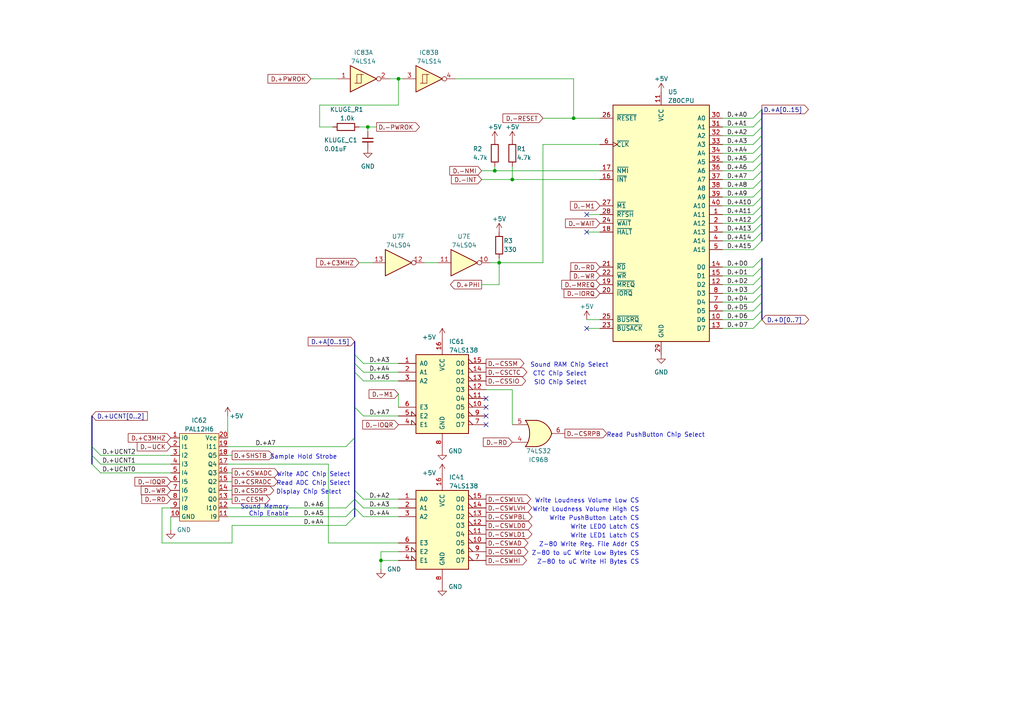
<source format=kicad_sch>
(kicad_sch (version 20230121) (generator eeschema)
  (paper "A4")
  (lib_symbols
    (symbol "74xx:74LS04"
      (property "Reference" "U" (at 0 1.27 0))
      (property "Value" "74LS04" (at 0 -1.27 0))
      (symbol "74LS04_1_0"
        (polyline (pts (xy -3.81 3.81) (xy -3.81 -3.81) (xy 3.81 0) (xy -3.81 3.81)) (stroke (width 0.254)) (fill (type background)))
        (pin input line (at -7.62 0 0) (length 3.81) (name "~") (number "1"))
        (pin output inverted (at 7.62 0 180) (length 3.81) (name "~") (number "2"))
      )
      (symbol "74LS04_2_0"
        (polyline (pts (xy -3.81 3.81) (xy -3.81 -3.81) (xy 3.81 0) (xy -3.81 3.81)) (stroke (width 0.254)) (fill (type background)))
        (pin input line (at -7.62 0 0) (length 3.81) (name "~") (number "3"))
        (pin output inverted (at 7.62 0 180) (length 3.81) (name "~") (number "4"))
      )
      (symbol "74LS04_3_0"
        (polyline (pts (xy -3.81 3.81) (xy -3.81 -3.81) (xy 3.81 0) (xy -3.81 3.81)) (stroke (width 0.254)) (fill (type background)))
        (pin input line (at -7.62 0 0) (length 3.81) (name "~") (number "5"))
        (pin output inverted (at 7.62 0 180) (length 3.81) (name "~") (number "6"))
      )
      (symbol "74LS04_4_0"
        (polyline (pts (xy -3.81 3.81) (xy -3.81 -3.81) (xy 3.81 0) (xy -3.81 3.81)) (stroke (width 0.254)) (fill (type background)))
        (pin output inverted (at 7.62 0 180) (length 3.81) (name "~") (number "8"))
        (pin input line (at -7.62 0 0) (length 3.81) (name "~") (number "9"))
      )
      (symbol "74LS04_5_0"
        (polyline (pts (xy -3.81 3.81) (xy -3.81 -3.81) (xy 3.81 0) (xy -3.81 3.81)) (stroke (width 0.254)) (fill (type background)))
        (pin output inverted (at 7.62 0 180) (length 3.81) (name "~") (number "10"))
        (pin input line (at -7.62 0 0) (length 3.81) (name "~") (number "11"))
      )
      (symbol "74LS04_6_0"
        (polyline (pts (xy -3.81 3.81) (xy -3.81 -3.81) (xy 3.81 0) (xy -3.81 3.81)) (stroke (width 0.254)) (fill (type background)))
        (pin output inverted (at 7.62 0 180) (length 3.81) (name "~") (number "12"))
        (pin input line (at -7.62 0 0) (length 3.81) (name "~") (number "13"))
      )
      (symbol "74LS04_7_0"
        (pin power_in line (at 0 12.7 270) (length 5.08) (name "VCC") (number "14"))
        (pin power_in line (at 0 -12.7 90) (length 5.08) (name "GND") (number "7"))
      )
      (symbol "74LS04_7_1"
        (rectangle (start -5.08 7.62) (end 5.08 -7.62) (stroke (width 0.254)) (fill (type background)))
      )
    )
    (symbol "74xx:74LS138" (pin_names (offset 1.016))
      (property "Reference" "U" (at -7.62 11.43 0))
      (property "Value" "74LS138" (at -7.62 -13.97 0))
      (symbol "74LS138_1_0"
        (pin input line (at -12.7 7.62 0) (length 5.08) (name "A0") (number "1"))
        (pin output output_low (at 12.7 -5.08 180) (length 5.08) (name "O5") (number "10"))
        (pin output output_low (at 12.7 -2.54 180) (length 5.08) (name "O4") (number "11"))
        (pin output output_low (at 12.7 0 180) (length 5.08) (name "O3") (number "12"))
        (pin output output_low (at 12.7 2.54 180) (length 5.08) (name "O2") (number "13"))
        (pin output output_low (at 12.7 5.08 180) (length 5.08) (name "O1") (number "14"))
        (pin output output_low (at 12.7 7.62 180) (length 5.08) (name "O0") (number "15"))
        (pin power_in line (at 0 15.24 270) (length 5.08) (name "VCC") (number "16"))
        (pin input line (at -12.7 5.08 0) (length 5.08) (name "A1") (number "2"))
        (pin input line (at -12.7 2.54 0) (length 5.08) (name "A2") (number "3"))
        (pin input input_low (at -12.7 -10.16 0) (length 5.08) (name "E1") (number "4"))
        (pin input input_low (at -12.7 -7.62 0) (length 5.08) (name "E2") (number "5"))
        (pin input line (at -12.7 -5.08 0) (length 5.08) (name "E3") (number "6"))
        (pin output output_low (at 12.7 -10.16 180) (length 5.08) (name "O7") (number "7"))
        (pin power_in line (at 0 -17.78 90) (length 5.08) (name "GND") (number "8"))
        (pin output output_low (at 12.7 -7.62 180) (length 5.08) (name "O6") (number "9"))
      )
      (symbol "74LS138_1_1"
        (rectangle (start -7.62 10.16) (end 7.62 -12.7) (stroke (width 0.254)) (fill (type background)))
      )
    )
    (symbol "74xx:74LS14" (pin_names (offset 1.016))
      (property "Reference" "U" (at 0 1.27 0))
      (property "Value" "74LS14" (at 0 -1.27 0))
      (symbol "74LS14_1_0"
        (polyline (pts (xy -3.81 3.81) (xy -3.81 -3.81) (xy 3.81 0) (xy -3.81 3.81)) (stroke (width 0.254)) (fill (type background)))
        (pin input line (at -7.62 0 0) (length 3.81) (name "~") (number "1"))
        (pin output inverted (at 7.62 0 180) (length 3.81) (name "~") (number "2"))
      )
      (symbol "74LS14_1_1"
        (polyline (pts (xy -1.905 -1.27) (xy -1.905 1.27) (xy -0.635 1.27)))
        (polyline (pts (xy -2.54 -1.27) (xy -0.635 -1.27) (xy -0.635 1.27) (xy 0 1.27)))
      )
      (symbol "74LS14_2_0"
        (polyline (pts (xy -3.81 3.81) (xy -3.81 -3.81) (xy 3.81 0) (xy -3.81 3.81)) (stroke (width 0.254)) (fill (type background)))
        (pin input line (at -7.62 0 0) (length 3.81) (name "~") (number "3"))
        (pin output inverted (at 7.62 0 180) (length 3.81) (name "~") (number "4"))
      )
      (symbol "74LS14_2_1"
        (polyline (pts (xy -1.905 -1.27) (xy -1.905 1.27) (xy -0.635 1.27)))
        (polyline (pts (xy -2.54 -1.27) (xy -0.635 -1.27) (xy -0.635 1.27) (xy 0 1.27)))
      )
      (symbol "74LS14_3_0"
        (polyline (pts (xy -3.81 3.81) (xy -3.81 -3.81) (xy 3.81 0) (xy -3.81 3.81)) (stroke (width 0.254)) (fill (type background)))
        (pin input line (at -7.62 0 0) (length 3.81) (name "~") (number "5"))
        (pin output inverted (at 7.62 0 180) (length 3.81) (name "~") (number "6"))
      )
      (symbol "74LS14_3_1"
        (polyline (pts (xy -1.905 -1.27) (xy -1.905 1.27) (xy -0.635 1.27)))
        (polyline (pts (xy -2.54 -1.27) (xy -0.635 -1.27) (xy -0.635 1.27) (xy 0 1.27)))
      )
      (symbol "74LS14_4_0"
        (polyline (pts (xy -3.81 3.81) (xy -3.81 -3.81) (xy 3.81 0) (xy -3.81 3.81)) (stroke (width 0.254)) (fill (type background)))
        (pin output inverted (at 7.62 0 180) (length 3.81) (name "~") (number "8"))
        (pin input line (at -7.62 0 0) (length 3.81) (name "~") (number "9"))
      )
      (symbol "74LS14_4_1"
        (polyline (pts (xy -1.905 -1.27) (xy -1.905 1.27) (xy -0.635 1.27)))
        (polyline (pts (xy -2.54 -1.27) (xy -0.635 -1.27) (xy -0.635 1.27) (xy 0 1.27)))
      )
      (symbol "74LS14_5_0"
        (polyline (pts (xy -3.81 3.81) (xy -3.81 -3.81) (xy 3.81 0) (xy -3.81 3.81)) (stroke (width 0.254)) (fill (type background)))
        (pin output inverted (at 7.62 0 180) (length 3.81) (name "~") (number "10"))
        (pin input line (at -7.62 0 0) (length 3.81) (name "~") (number "11"))
      )
      (symbol "74LS14_5_1"
        (polyline (pts (xy -1.905 -1.27) (xy -1.905 1.27) (xy -0.635 1.27)))
        (polyline (pts (xy -2.54 -1.27) (xy -0.635 -1.27) (xy -0.635 1.27) (xy 0 1.27)))
      )
      (symbol "74LS14_6_0"
        (polyline (pts (xy -3.81 3.81) (xy -3.81 -3.81) (xy 3.81 0) (xy -3.81 3.81)) (stroke (width 0.254)) (fill (type background)))
        (pin output inverted (at 7.62 0 180) (length 3.81) (name "~") (number "12"))
        (pin input line (at -7.62 0 0) (length 3.81) (name "~") (number "13"))
      )
      (symbol "74LS14_6_1"
        (polyline (pts (xy -1.905 -1.27) (xy -1.905 1.27) (xy -0.635 1.27)))
        (polyline (pts (xy -2.54 -1.27) (xy -0.635 -1.27) (xy -0.635 1.27) (xy 0 1.27)))
      )
      (symbol "74LS14_7_0"
        (pin power_in line (at 0 12.7 270) (length 5.08) (name "VCC") (number "14"))
        (pin power_in line (at 0 -12.7 90) (length 5.08) (name "GND") (number "7"))
      )
      (symbol "74LS14_7_1"
        (rectangle (start -5.08 7.62) (end 5.08 -7.62) (stroke (width 0.254)) (fill (type background)))
      )
    )
    (symbol "74xx:74LS32" (pin_names (offset 1.016))
      (property "Reference" "U" (at 0 1.27 0))
      (property "Value" "74LS32" (at 0 -1.27 0))
      (symbol "74LS32_1_1"
        (arc (start -3.81 -3.81) (mid -2.589 0) (end -3.81 3.81) (stroke (width 0.254)))
        (arc (start -0.6096 -3.81) (mid 2.1842 -2.5851) (end 3.81 0) (stroke (width 0.254)) (fill (type background)))
        (polyline (pts (xy -3.81 -3.81) (xy -0.635 -3.81)) (stroke (width 0.254)) (fill (type background)))
        (polyline (pts (xy -3.81 3.81) (xy -0.635 3.81)) (stroke (width 0.254)) (fill (type background)))
        (polyline (pts (xy -0.635 3.81) (xy -3.81 3.81) (xy -3.81 3.81) (xy -3.556 3.4036) (xy -3.0226 2.2606) (xy -2.6924 1.0414) (xy -2.6162 -0.254) (xy -2.7686 -1.4986) (xy -3.175 -2.7178) (xy -3.81 -3.81) (xy -3.81 -3.81) (xy -0.635 -3.81)) (stroke (width -25.4)) (fill (type background)))
        (arc (start 3.81 0) (mid 2.1915 2.5936) (end -0.6096 3.81) (stroke (width 0.254)) (fill (type background)))
        (pin input line (at -7.62 2.54 0) (length 4.318) (name "~") (number "1"))
        (pin input line (at -7.62 -2.54 0) (length 4.318) (name "~") (number "2"))
        (pin output line (at 7.62 0 180) (length 3.81) (name "~") (number "3"))
      )
      (symbol "74LS32_1_2"
        (arc (start 0 -3.81) (mid 3.7934 0) (end 0 3.81) (stroke (width 0.254)) (fill (type background)))
        (polyline (pts (xy 0 3.81) (xy -3.81 3.81) (xy -3.81 -3.81) (xy 0 -3.81)) (stroke (width 0.254)) (fill (type background)))
        (pin input inverted (at -7.62 2.54 0) (length 3.81) (name "~") (number "1"))
        (pin input inverted (at -7.62 -2.54 0) (length 3.81) (name "~") (number "2"))
        (pin output inverted (at 7.62 0 180) (length 3.81) (name "~") (number "3"))
      )
      (symbol "74LS32_2_1"
        (arc (start -3.81 -3.81) (mid -2.589 0) (end -3.81 3.81) (stroke (width 0.254)))
        (arc (start -0.6096 -3.81) (mid 2.1842 -2.5851) (end 3.81 0) (stroke (width 0.254)) (fill (type background)))
        (polyline (pts (xy -3.81 -3.81) (xy -0.635 -3.81)) (stroke (width 0.254)) (fill (type background)))
        (polyline (pts (xy -3.81 3.81) (xy -0.635 3.81)) (stroke (width 0.254)) (fill (type background)))
        (polyline (pts (xy -0.635 3.81) (xy -3.81 3.81) (xy -3.81 3.81) (xy -3.556 3.4036) (xy -3.0226 2.2606) (xy -2.6924 1.0414) (xy -2.6162 -0.254) (xy -2.7686 -1.4986) (xy -3.175 -2.7178) (xy -3.81 -3.81) (xy -3.81 -3.81) (xy -0.635 -3.81)) (stroke (width -25.4)) (fill (type background)))
        (arc (start 3.81 0) (mid 2.1915 2.5936) (end -0.6096 3.81) (stroke (width 0.254)) (fill (type background)))
        (pin input line (at -7.62 2.54 0) (length 4.318) (name "~") (number "4"))
        (pin input line (at -7.62 -2.54 0) (length 4.318) (name "~") (number "5"))
        (pin output line (at 7.62 0 180) (length 3.81) (name "~") (number "6"))
      )
      (symbol "74LS32_2_2"
        (arc (start 0 -3.81) (mid 3.7934 0) (end 0 3.81) (stroke (width 0.254)) (fill (type background)))
        (polyline (pts (xy 0 3.81) (xy -3.81 3.81) (xy -3.81 -3.81) (xy 0 -3.81)) (stroke (width 0.254)) (fill (type background)))
        (pin input inverted (at -7.62 2.54 0) (length 3.81) (name "~") (number "4"))
        (pin input inverted (at -7.62 -2.54 0) (length 3.81) (name "~") (number "5"))
        (pin output inverted (at 7.62 0 180) (length 3.81) (name "~") (number "6"))
      )
      (symbol "74LS32_3_1"
        (arc (start -3.81 -3.81) (mid -2.589 0) (end -3.81 3.81) (stroke (width 0.254)))
        (arc (start -0.6096 -3.81) (mid 2.1842 -2.5851) (end 3.81 0) (stroke (width 0.254)) (fill (type background)))
        (polyline (pts (xy -3.81 -3.81) (xy -0.635 -3.81)) (stroke (width 0.254)) (fill (type background)))
        (polyline (pts (xy -3.81 3.81) (xy -0.635 3.81)) (stroke (width 0.254)) (fill (type background)))
        (polyline (pts (xy -0.635 3.81) (xy -3.81 3.81) (xy -3.81 3.81) (xy -3.556 3.4036) (xy -3.0226 2.2606) (xy -2.6924 1.0414) (xy -2.6162 -0.254) (xy -2.7686 -1.4986) (xy -3.175 -2.7178) (xy -3.81 -3.81) (xy -3.81 -3.81) (xy -0.635 -3.81)) (stroke (width -25.4)) (fill (type background)))
        (arc (start 3.81 0) (mid 2.1915 2.5936) (end -0.6096 3.81) (stroke (width 0.254)) (fill (type background)))
        (pin input line (at -7.62 -2.54 0) (length 4.318) (name "~") (number "10"))
        (pin output line (at 7.62 0 180) (length 3.81) (name "~") (number "8"))
        (pin input line (at -7.62 2.54 0) (length 4.318) (name "~") (number "9"))
      )
      (symbol "74LS32_3_2"
        (arc (start 0 -3.81) (mid 3.7934 0) (end 0 3.81) (stroke (width 0.254)) (fill (type background)))
        (polyline (pts (xy 0 3.81) (xy -3.81 3.81) (xy -3.81 -3.81) (xy 0 -3.81)) (stroke (width 0.254)) (fill (type background)))
        (pin input inverted (at -7.62 -2.54 0) (length 3.81) (name "~") (number "10"))
        (pin output inverted (at 7.62 0 180) (length 3.81) (name "~") (number "8"))
        (pin input inverted (at -7.62 2.54 0) (length 3.81) (name "~") (number "9"))
      )
      (symbol "74LS32_4_1"
        (arc (start -3.81 -3.81) (mid -2.589 0) (end -3.81 3.81) (stroke (width 0.254)))
        (arc (start -0.6096 -3.81) (mid 2.1842 -2.5851) (end 3.81 0) (stroke (width 0.254)) (fill (type background)))
        (polyline (pts (xy -3.81 -3.81) (xy -0.635 -3.81)) (stroke (width 0.254)) (fill (type background)))
        (polyline (pts (xy -3.81 3.81) (xy -0.635 3.81)) (stroke (width 0.254)) (fill (type background)))
        (polyline (pts (xy -0.635 3.81) (xy -3.81 3.81) (xy -3.81 3.81) (xy -3.556 3.4036) (xy -3.0226 2.2606) (xy -2.6924 1.0414) (xy -2.6162 -0.254) (xy -2.7686 -1.4986) (xy -3.175 -2.7178) (xy -3.81 -3.81) (xy -3.81 -3.81) (xy -0.635 -3.81)) (stroke (width -25.4)) (fill (type background)))
        (arc (start 3.81 0) (mid 2.1915 2.5936) (end -0.6096 3.81) (stroke (width 0.254)) (fill (type background)))
        (pin output line (at 7.62 0 180) (length 3.81) (name "~") (number "11"))
        (pin input line (at -7.62 2.54 0) (length 4.318) (name "~") (number "12"))
        (pin input line (at -7.62 -2.54 0) (length 4.318) (name "~") (number "13"))
      )
      (symbol "74LS32_4_2"
        (arc (start 0 -3.81) (mid 3.7934 0) (end 0 3.81) (stroke (width 0.254)) (fill (type background)))
        (polyline (pts (xy 0 3.81) (xy -3.81 3.81) (xy -3.81 -3.81) (xy 0 -3.81)) (stroke (width 0.254)) (fill (type background)))
        (pin output inverted (at 7.62 0 180) (length 3.81) (name "~") (number "11"))
        (pin input inverted (at -7.62 2.54 0) (length 3.81) (name "~") (number "12"))
        (pin input inverted (at -7.62 -2.54 0) (length 3.81) (name "~") (number "13"))
      )
      (symbol "74LS32_5_0"
        (pin power_in line (at 0 12.7 270) (length 5.08) (name "VCC") (number "14"))
        (pin power_in line (at 0 -12.7 90) (length 5.08) (name "GND") (number "7"))
      )
      (symbol "74LS32_5_1"
        (rectangle (start -5.08 7.62) (end 5.08 -7.62) (stroke (width 0.254)) (fill (type background)))
      )
    )
    (symbol "CPU:Z80CPU" (pin_names (offset 1.016))
      (property "Reference" "U" (at -13.97 35.56 0))
      (property "Value" "Z80CPU" (at 6.35 35.56 0))
      (symbol "Z80CPU_0_1"
        (rectangle (start -13.97 34.29) (end 13.97 -34.29) (stroke (width 0.254)) (fill (type background)))
      )
      (symbol "Z80CPU_1_1"
        (pin output line (at 17.78 2.54 180) (length 3.81) (name "A11") (number "1"))
        (pin bidirectional line (at 17.78 -27.94 180) (length 3.81) (name "D6") (number "10"))
        (pin power_in line (at 0 38.1 270) (length 3.81) (name "VCC") (number "11"))
        (pin bidirectional line (at 17.78 -17.78 180) (length 3.81) (name "D2") (number "12"))
        (pin bidirectional line (at 17.78 -30.48 180) (length 3.81) (name "D7") (number "13"))
        (pin bidirectional line (at 17.78 -12.7 180) (length 3.81) (name "D0") (number "14"))
        (pin bidirectional line (at 17.78 -15.24 180) (length 3.81) (name "D1") (number "15"))
        (pin input line (at -17.78 12.7 0) (length 3.81) (name "~{INT}") (number "16"))
        (pin input line (at -17.78 15.24 0) (length 3.81) (name "~{NMI}") (number "17"))
        (pin output line (at -17.78 -2.54 0) (length 3.81) (name "~{HALT}") (number "18"))
        (pin output line (at -17.78 -17.78 0) (length 3.81) (name "~{MREQ}") (number "19"))
        (pin output line (at 17.78 0 180) (length 3.81) (name "A12") (number "2"))
        (pin output line (at -17.78 -20.32 0) (length 3.81) (name "~{IORQ}") (number "20"))
        (pin output line (at -17.78 -12.7 0) (length 3.81) (name "~{RD}") (number "21"))
        (pin output line (at -17.78 -15.24 0) (length 3.81) (name "~{WR}") (number "22"))
        (pin output line (at -17.78 -30.48 0) (length 3.81) (name "~{BUSACK}") (number "23"))
        (pin input line (at -17.78 0 0) (length 3.81) (name "~{WAIT}") (number "24"))
        (pin input line (at -17.78 -27.94 0) (length 3.81) (name "~{BUSRQ}") (number "25"))
        (pin input line (at -17.78 30.48 0) (length 3.81) (name "~{RESET}") (number "26"))
        (pin output line (at -17.78 5.08 0) (length 3.81) (name "~{M1}") (number "27"))
        (pin output line (at -17.78 2.54 0) (length 3.81) (name "~{RFSH}") (number "28"))
        (pin power_in line (at 0 -38.1 90) (length 3.81) (name "GND") (number "29"))
        (pin output line (at 17.78 -2.54 180) (length 3.81) (name "A13") (number "3"))
        (pin output line (at 17.78 30.48 180) (length 3.81) (name "A0") (number "30"))
        (pin output line (at 17.78 27.94 180) (length 3.81) (name "A1") (number "31"))
        (pin output line (at 17.78 25.4 180) (length 3.81) (name "A2") (number "32"))
        (pin output line (at 17.78 22.86 180) (length 3.81) (name "A3") (number "33"))
        (pin output line (at 17.78 20.32 180) (length 3.81) (name "A4") (number "34"))
        (pin output line (at 17.78 17.78 180) (length 3.81) (name "A5") (number "35"))
        (pin output line (at 17.78 15.24 180) (length 3.81) (name "A6") (number "36"))
        (pin output line (at 17.78 12.7 180) (length 3.81) (name "A7") (number "37"))
        (pin output line (at 17.78 10.16 180) (length 3.81) (name "A8") (number "38"))
        (pin output line (at 17.78 7.62 180) (length 3.81) (name "A9") (number "39"))
        (pin output line (at 17.78 -5.08 180) (length 3.81) (name "A14") (number "4"))
        (pin output line (at 17.78 5.08 180) (length 3.81) (name "A10") (number "40"))
        (pin output line (at 17.78 -7.62 180) (length 3.81) (name "A15") (number "5"))
        (pin input clock (at -17.78 22.86 0) (length 3.81) (name "~{CLK}") (number "6"))
        (pin bidirectional line (at 17.78 -22.86 180) (length 3.81) (name "D4") (number "7"))
        (pin bidirectional line (at 17.78 -20.32 180) (length 3.81) (name "D3") (number "8"))
        (pin bidirectional line (at 17.78 -25.4 180) (length 3.81) (name "D5") (number "9"))
      )
    )
    (symbol "Device:C_Small" (pin_numbers hide) (pin_names (offset 0.254) hide)
      (property "Reference" "C" (at 0.254 1.778 0))
      (property "Value" "C_Small" (at 0.254 -2.032 0))
      (symbol "C_Small_0_1"
        (polyline (pts (xy -1.524 -0.508) (xy 1.524 -0.508)) (stroke (width 0.3302)))
        (polyline (pts (xy -1.524 0.508) (xy 1.524 0.508)) (stroke (width 0.3048)))
      )
      (symbol "C_Small_1_1"
        (pin passive line (at 0 2.54 270) (length 2.032) (name "~") (number "1"))
        (pin passive line (at 0 -2.54 90) (length 2.032) (name "~") (number "2"))
      )
    )
    (symbol "Device:R" (pin_numbers hide) (pin_names (offset 0))
      (property "Reference" "R" (at 2.032 0 90))
      (property "Value" "R" (at 0 0 90))
      (symbol "R_0_1"
        (rectangle (start -1.016 -2.54) (end 1.016 2.54) (stroke (width 0.254)))
      )
      (symbol "R_1_1"
        (pin passive line (at 0 3.81 270) (length 1.27) (name "~") (number "1"))
        (pin passive line (at 0 -3.81 90) (length 1.27) (name "~") (number "2"))
      )
    )
    (symbol "SamacSys_Parts:PAL12H6"
      (property "Reference" "U" (at -3.81 3.81 0))
      (property "Value" "PAL12H6" (at 0 1.27 0))
      (symbol "PAL12H6_1_1"
        (rectangle (start -5.08 -1.27) (end 6.35 -26.67) (fill (type background)))
        (pin input line (at -7.62 -2.54 0) (length 2.54) (name "I0") (number "1"))
        (pin power_in line (at -7.62 -25.4 0) (length 2.54) (name "GND") (number "10"))
        (pin input line (at 8.89 -25.4 180) (length 2.54) (name "I9") (number "11"))
        (pin input line (at 8.89 -22.86 180) (length 2.54) (name "I10") (number "12"))
        (pin bidirectional line (at 8.89 -20.32 180) (length 2.54) (name "Q0") (number "13"))
        (pin bidirectional line (at 8.89 -17.78 180) (length 2.54) (name "Q1") (number "14"))
        (pin bidirectional line (at 8.89 -15.24 180) (length 2.54) (name "Q2") (number "15"))
        (pin bidirectional line (at 8.89 -12.7 180) (length 2.54) (name "Q3") (number "16"))
        (pin bidirectional line (at 8.89 -10.16 180) (length 2.54) (name "Q4") (number "17"))
        (pin bidirectional line (at 8.89 -7.62 180) (length 2.54) (name "Q5") (number "18"))
        (pin input line (at 8.89 -5.08 180) (length 2.54) (name "I11") (number "19"))
        (pin input line (at -7.62 -5.08 0) (length 2.54) (name "I1") (number "2"))
        (pin power_in line (at 8.89 -2.54 180) (length 2.54) (name "Vcc") (number "20"))
        (pin input line (at -7.62 -7.62 0) (length 2.54) (name "I2") (number "3"))
        (pin input line (at -7.62 -10.16 0) (length 2.54) (name "I3") (number "4"))
        (pin input line (at -7.62 -12.7 0) (length 2.54) (name "I4") (number "5"))
        (pin input line (at -7.62 -15.24 0) (length 2.54) (name "I5") (number "6"))
        (pin input line (at -7.62 -17.78 0) (length 2.54) (name "I6") (number "7"))
        (pin input line (at -7.62 -20.32 0) (length 2.54) (name "I7") (number "8"))
        (pin input line (at -7.62 -22.86 0) (length 2.54) (name "I8") (number "9"))
      )
    )
    (symbol "power:+5V" (power) (pin_names (offset 0))
      (property "Value" "+5V" (at 0 3.556 0))
      (symbol "+5V_0_1"
        (polyline (pts (xy -0.762 1.27) (xy 0 2.54)))
        (polyline (pts (xy 0 0) (xy 0 2.54)))
        (polyline (pts (xy 0 2.54) (xy 0.762 1.27)))
      )
      (symbol "+5V_1_1"
        (pin power_in line (at 0 0 90) (length 0) hide (name "+5V") (number "1"))
      )
    )
    (symbol "power:GND" (power) (pin_names (offset 0))
      (property "Value" "GND" (at 0 -3.81 0))
      (symbol "GND_0_1"
        (polyline (pts (xy 0 0) (xy 0 -1.27) (xy 1.27 -1.27) (xy 0 -2.54) (xy -1.27 -1.27) (xy 0 -1.27)))
      )
      (symbol "GND_1_1"
        (pin power_in line (at 0 0 270) (length 0) hide (name "GND") (number "1"))
      )
    )
  )
  (junction (at 106.68 36.83))
  (junction (at 115.57 22.86))
  (junction (at 166.37 34.29))
  (junction (at 148.59 52.07))
  (junction (at 143.51 49.53))
  (junction (at 110.49 162.56))
  (junction (at 144.78 76.2))
  (no_connect (at 170.18 95.25))
  (no_connect (at 140.97 115.57))
  (no_connect (at 170.18 62.23))
  (no_connect (at 140.97 120.65))
  (no_connect (at 140.97 123.19))
  (no_connect (at 140.97 118.11))
  (no_connect (at 170.18 67.31))
  (bus_entry (at 102.87 147.32) (size 2.54 2.54))
  (bus_entry (at 26.67 134.62) (size 2.54 2.54))
  (bus_entry (at 218.44 54.61) (size 2.54 -2.54))
  (bus_entry (at 102.87 102.87) (size 2.54 2.54))
  (bus_entry (at 218.44 67.31) (size 2.54 -2.54))
  (bus_entry (at 218.44 92.71) (size 2.54 -2.54))
  (bus_entry (at 218.44 87.63) (size 2.54 -2.54))
  (bus_entry (at 218.44 46.99) (size 2.54 -2.54))
  (bus_entry (at 100.33 152.4) (size 2.54 -2.54))
  (bus_entry (at 102.87 142.24) (size 2.54 2.54))
  (bus_entry (at 218.44 44.45) (size 2.54 -2.54))
  (bus_entry (at 102.87 107.95) (size 2.54 2.54))
  (bus_entry (at 100.33 149.86) (size 2.54 -2.54))
  (bus_entry (at 218.44 41.91) (size 2.54 -2.54))
  (bus_entry (at 218.44 39.37) (size 2.54 -2.54))
  (bus_entry (at 100.33 147.32) (size 2.54 -2.54))
  (bus_entry (at 218.44 80.01) (size 2.54 -2.54))
  (bus_entry (at 218.44 36.83) (size 2.54 -2.54))
  (bus_entry (at 218.44 82.55) (size 2.54 -2.54))
  (bus_entry (at 218.44 95.25) (size 2.54 -2.54))
  (bus_entry (at 218.44 64.77) (size 2.54 -2.54))
  (bus_entry (at 218.44 69.85) (size 2.54 -2.54))
  (bus_entry (at 102.87 105.41) (size 2.54 2.54))
  (bus_entry (at 102.87 127) (size -2.54 2.54))
  (bus_entry (at 218.44 57.15) (size 2.54 -2.54))
  (bus_entry (at 218.44 90.17) (size 2.54 -2.54))
  (bus_entry (at 102.87 144.78) (size 2.54 2.54))
  (bus_entry (at 26.67 132.08) (size 2.54 2.54))
  (bus_entry (at 218.44 52.07) (size 2.54 -2.54))
  (bus_entry (at 218.44 85.09) (size 2.54 -2.54))
  (bus_entry (at 218.44 62.23) (size 2.54 -2.54))
  (bus_entry (at 102.87 118.11) (size 2.54 2.54))
  (bus_entry (at 218.44 49.53) (size 2.54 -2.54))
  (bus_entry (at 218.44 77.47) (size 2.54 -2.54))
  (bus_entry (at 26.67 129.54) (size 2.54 2.54))
  (bus_entry (at 218.44 59.69) (size 2.54 -2.54))
  (bus_entry (at 218.44 72.39) (size 2.54 -2.54))
  (bus_entry (at 218.44 34.29) (size 2.54 -2.54))
  (wire (pts (xy 209.55 92.71) (xy 218.44 92.71)))
  (wire (pts (xy 105.41 105.41) (xy 115.57 105.41)))
  (wire (pts (xy 157.48 41.91) (xy 173.99 41.91)))
  (wire (pts (xy 106.68 36.83) (xy 106.68 38.1)))
  (wire (pts (xy 170.18 92.71) (xy 173.99 92.71)))
  (bus (pts (xy 102.87 142.24) (xy 102.87 144.78)))
  (bus (pts (xy 102.87 107.95) (xy 102.87 118.11)))
  (bus (pts (xy 220.98 59.69) (xy 220.98 62.23)))
  (wire (pts (xy 209.55 85.09) (xy 218.44 85.09)))
  (wire (pts (xy 144.78 76.2) (xy 144.78 82.55)))
  (wire (pts (xy 105.41 144.78) (xy 115.57 144.78)))
  (bus (pts (xy 220.98 74.93) (xy 220.98 77.47)))
  (wire (pts (xy 67.31 152.4) (xy 100.33 152.4)))
  (bus (pts (xy 220.98 87.63) (xy 220.98 90.17)))
  (wire (pts (xy 170.18 95.25) (xy 173.99 95.25)))
  (wire (pts (xy 144.78 76.2) (xy 157.48 76.2)))
  (wire (pts (xy 92.71 36.83) (xy 96.52 36.83)))
  (wire (pts (xy 209.55 72.39) (xy 218.44 72.39)))
  (bus (pts (xy 220.98 46.99) (xy 220.98 49.53)))
  (bus (pts (xy 220.98 90.17) (xy 220.98 92.71)))
  (bus (pts (xy 220.98 52.07) (xy 220.98 54.61)))
  (bus (pts (xy 220.98 34.29) (xy 220.98 36.83)))
  (wire (pts (xy 209.55 41.91) (xy 218.44 41.91)))
  (wire (pts (xy 66.04 120.65) (xy 66.04 127)))
  (wire (pts (xy 92.71 30.48) (xy 92.71 36.83)))
  (bus (pts (xy 102.87 147.32) (xy 102.87 149.86)))
  (wire (pts (xy 209.55 82.55) (xy 218.44 82.55)))
  (wire (pts (xy 132.08 22.86) (xy 166.37 22.86)))
  (wire (pts (xy 67.31 132.08) (xy 66.04 132.08)))
  (bus (pts (xy 26.67 132.08) (xy 26.67 134.62)))
  (wire (pts (xy 106.68 36.83) (xy 109.22 36.83)))
  (wire (pts (xy 115.57 114.3) (xy 115.57 118.11)))
  (wire (pts (xy 29.21 134.62) (xy 49.53 134.62)))
  (wire (pts (xy 139.7 82.55) (xy 144.78 82.55)))
  (wire (pts (xy 148.59 113.03) (xy 140.97 113.03)))
  (wire (pts (xy 105.41 147.32) (xy 115.57 147.32)))
  (wire (pts (xy 209.55 69.85) (xy 218.44 69.85)))
  (wire (pts (xy 166.37 34.29) (xy 173.99 34.29)))
  (bus (pts (xy 220.98 67.31) (xy 220.98 69.85)))
  (bus (pts (xy 102.87 118.11) (xy 102.87 127)))
  (wire (pts (xy 90.17 22.86) (xy 97.79 22.86)))
  (wire (pts (xy 104.14 36.83) (xy 106.68 36.83)))
  (bus (pts (xy 220.98 54.61) (xy 220.98 57.15)))
  (wire (pts (xy 67.31 139.7) (xy 66.04 139.7)))
  (bus (pts (xy 220.98 57.15) (xy 220.98 59.69)))
  (wire (pts (xy 46.99 157.48) (xy 67.31 157.48)))
  (wire (pts (xy 46.99 147.32) (xy 46.99 157.48)))
  (wire (pts (xy 49.53 147.32) (xy 46.99 147.32)))
  (wire (pts (xy 209.55 80.01) (xy 218.44 80.01)))
  (wire (pts (xy 143.51 49.53) (xy 173.99 49.53)))
  (wire (pts (xy 209.55 67.31) (xy 218.44 67.31)))
  (wire (pts (xy 209.55 46.99) (xy 218.44 46.99)))
  (wire (pts (xy 95.25 157.48) (xy 95.25 134.62)))
  (wire (pts (xy 67.31 142.24) (xy 66.04 142.24)))
  (bus (pts (xy 220.98 80.01) (xy 220.98 82.55)))
  (wire (pts (xy 110.49 160.02) (xy 110.49 162.56)))
  (wire (pts (xy 209.55 59.69) (xy 218.44 59.69)))
  (wire (pts (xy 115.57 157.48) (xy 95.25 157.48)))
  (bus (pts (xy 102.87 102.87) (xy 102.87 105.41)))
  (wire (pts (xy 29.21 132.08) (xy 49.53 132.08)))
  (bus (pts (xy 220.98 39.37) (xy 220.98 41.91)))
  (bus (pts (xy 220.98 82.55) (xy 220.98 85.09)))
  (bus (pts (xy 220.98 49.53) (xy 220.98 52.07)))
  (bus (pts (xy 102.87 144.78) (xy 102.87 147.32)))
  (wire (pts (xy 115.57 30.48) (xy 92.71 30.48)))
  (wire (pts (xy 209.55 90.17) (xy 218.44 90.17)))
  (wire (pts (xy 115.57 160.02) (xy 110.49 160.02)))
  (wire (pts (xy 105.41 120.65) (xy 115.57 120.65)))
  (wire (pts (xy 148.59 52.07) (xy 173.99 52.07)))
  (wire (pts (xy 209.55 52.07) (xy 218.44 52.07)))
  (wire (pts (xy 148.59 123.19) (xy 148.59 113.03)))
  (wire (pts (xy 143.51 48.26) (xy 143.51 49.53)))
  (wire (pts (xy 123.19 76.2) (xy 127 76.2)))
  (wire (pts (xy 29.21 137.16) (xy 49.53 137.16)))
  (bus (pts (xy 220.98 31.75) (xy 220.98 34.29)))
  (wire (pts (xy 209.55 34.29) (xy 218.44 34.29)))
  (bus (pts (xy 26.67 120.65) (xy 26.67 129.54)))
  (wire (pts (xy 115.57 162.56) (xy 110.49 162.56)))
  (wire (pts (xy 209.55 36.83) (xy 218.44 36.83)))
  (wire (pts (xy 209.55 57.15) (xy 218.44 57.15)))
  (wire (pts (xy 67.31 137.16) (xy 66.04 137.16)))
  (wire (pts (xy 115.57 22.86) (xy 116.84 22.86)))
  (wire (pts (xy 209.55 39.37) (xy 218.44 39.37)))
  (wire (pts (xy 209.55 49.53) (xy 218.44 49.53)))
  (wire (pts (xy 166.37 22.86) (xy 166.37 34.29)))
  (bus (pts (xy 102.87 127) (xy 102.87 142.24)))
  (bus (pts (xy 220.98 44.45) (xy 220.98 46.99)))
  (wire (pts (xy 66.04 129.54) (xy 100.33 129.54)))
  (wire (pts (xy 105.41 110.49) (xy 115.57 110.49)))
  (wire (pts (xy 105.41 107.95) (xy 115.57 107.95)))
  (wire (pts (xy 209.55 54.61) (xy 218.44 54.61)))
  (bus (pts (xy 220.98 36.83) (xy 220.98 39.37)))
  (wire (pts (xy 209.55 95.25) (xy 218.44 95.25)))
  (wire (pts (xy 148.59 48.26) (xy 148.59 52.07)))
  (wire (pts (xy 139.7 52.07) (xy 148.59 52.07)))
  (wire (pts (xy 105.41 149.86) (xy 115.57 149.86)))
  (bus (pts (xy 102.87 99.06) (xy 102.87 102.87)))
  (wire (pts (xy 115.57 22.86) (xy 115.57 30.48)))
  (wire (pts (xy 209.55 44.45) (xy 218.44 44.45)))
  (wire (pts (xy 144.78 74.93) (xy 144.78 76.2)))
  (wire (pts (xy 49.53 153.67) (xy 49.53 149.86)))
  (wire (pts (xy 157.48 34.29) (xy 166.37 34.29)))
  (wire (pts (xy 157.48 76.2) (xy 157.48 41.91)))
  (wire (pts (xy 95.25 134.62) (xy 66.04 134.62)))
  (wire (pts (xy 104.14 76.2) (xy 107.95 76.2)))
  (bus (pts (xy 102.87 105.41) (xy 102.87 107.95)))
  (bus (pts (xy 220.98 64.77) (xy 220.98 67.31)))
  (bus (pts (xy 220.98 62.23) (xy 220.98 64.77)))
  (wire (pts (xy 110.49 162.56) (xy 110.49 165.1)))
  (wire (pts (xy 209.55 64.77) (xy 218.44 64.77)))
  (wire (pts (xy 139.7 49.53) (xy 143.51 49.53)))
  (wire (pts (xy 209.55 62.23) (xy 218.44 62.23)))
  (bus (pts (xy 26.67 129.54) (xy 26.67 132.08)))
  (wire (pts (xy 170.18 67.31) (xy 173.99 67.31)))
  (wire (pts (xy 170.18 62.23) (xy 173.99 62.23)))
  (wire (pts (xy 209.55 77.47) (xy 218.44 77.47)))
  (wire (pts (xy 66.04 147.32) (xy 100.33 147.32)))
  (bus (pts (xy 220.98 85.09) (xy 220.98 87.63)))
  (wire (pts (xy 66.04 149.86) (xy 100.33 149.86)))
  (wire (pts (xy 113.03 22.86) (xy 115.57 22.86)))
  (bus (pts (xy 220.98 41.91) (xy 220.98 44.45)))
  (bus (pts (xy 220.98 77.47) (xy 220.98 80.01)))
  (wire (pts (xy 67.31 157.48) (xy 67.31 152.4)))
  (wire (pts (xy 142.24 76.2) (xy 144.78 76.2)))
  (wire (pts (xy 209.55 87.63) (xy 218.44 87.63)))
  (wire (pts (xy 67.31 144.78) (xy 66.04 144.78)))
  (text "Sound Memory\nChip Enable" (at 83.82 149.86 0) (effects (font (size 1.27 1.27)) (justify right bottom)))
  (text "Write PushButton Latch CS" (at 185.42 151.13 0) (effects (font (size 1.27 1.27)) (justify right bottom)))
  (text "Write ADC Chip Select" (at 101.6 138.43 0) (effects (font (size 1.27 1.27)) (justify right bottom)))
  (text "Write LED1 Latch CS" (at 185.42 156.21 0) (effects (font (size 1.27 1.27)) (justify right bottom)))
  (text "CTC Chip Select" (at 170.18 109.22 0) (effects (font (size 1.27 1.27)) (justify right bottom)))
  (text "Read ADC Chip Select" (at 101.6 140.97 0) (effects (font (size 1.27 1.27)) (justify right bottom)))
  (text "Write Loudness Volume Low CS" (at 185.42 146.05 0) (effects (font (size 1.27 1.27)) (justify right bottom)))
  (text "Write Loudness Volume High CS" (at 185.42 148.59 0) (effects (font (size 1.27 1.27)) (justify right bottom)))
  (text "Write LED0 Latch CS" (at 185.42 153.67 0) (effects (font (size 1.27 1.27)) (justify right bottom)))
  (text "Z-80 Write Reg. File Addr CS" (at 185.42 158.75 0) (effects (font (size 1.27 1.27)) (justify right bottom)))
  (text "Read PushButton Chip Select" (at 204.47 127 0) (effects (font (size 1.27 1.27)) (justify right bottom)))
  (text "Sample Hold Strobe" (at 97.79 133.35 0) (effects (font (size 1.27 1.27)) (justify right bottom)))
  (text "Display Chip Select" (at 99.06 143.51 0) (effects (font (size 1.27 1.27)) (justify right bottom)))
  (text "Z-80 to uC Write Hi Bytes CS" (at 185.42 163.83 0) (effects (font (size 1.27 1.27)) (justify right bottom)))
  (text "Z-80 to uC Write Low Bytes CS" (at 185.42 161.29 0) (effects (font (size 1.27 1.27)) (justify right bottom)))
  (text "SIO Chip Select" (at 170.18 111.76 0) (effects (font (size 1.27 1.27)) (justify right bottom)))
  (text "Sound RAM Chip Select" (at 176.53 106.68 0) (effects (font (size 1.27 1.27)) (justify right bottom)))
  (label "D.+A3" (at 210.82 41.91 0))
  (label "D.+A5" (at 210.82 46.99 0))
  (label "D.+A4" (at 113.03 149.86 180))
  (label "D.+A1" (at 210.82 36.83 0))
  (label "D.+A13" (at 210.82 67.31 0))
  (label "D.+A14" (at 210.82 69.85 0))
  (label "D.+D5" (at 210.82 90.17 0))
  (label "D.+D4" (at 210.82 87.63 0))
  (label "D.+A4" (at 113.03 107.95 180))
  (label "D.+UCNT0" (at 39.37 137.16 180))
  (label "D.+A5" (at 113.03 110.49 180))
  (label "D.+A0" (at 210.82 34.29 0))
  (label "D.+UCNT1" (at 39.37 134.62 180))
  (label "D.+D1" (at 210.82 80.01 0))
  (label "D.+A7" (at 210.82 52.07 0))
  (label "D.+D7" (at 210.82 95.25 0))
  (label "D.+D3" (at 210.82 85.09 0))
  (label "D.+A4" (at 93.98 152.4 180))
  (label "D.+D0" (at 210.82 77.47 0))
  (label "D.+A9" (at 210.82 57.15 0))
  (label "D.+A6" (at 93.98 147.32 180))
  (label "D.+A15" (at 210.82 72.39 0))
  (label "D.+UCNT2" (at 39.37 132.08 180))
  (label "D.+A3" (at 113.03 147.32 180))
  (label "D.+A3" (at 113.03 105.41 180))
  (label "D.+A4" (at 210.82 44.45 0))
  (label "D.+A11" (at 210.82 62.23 0))
  (label "D.+A8" (at 210.82 54.61 0))
  (label "D.+A5" (at 93.98 149.86 180))
  (label "D.+A6" (at 210.82 49.53 0))
  (label "D.+A2" (at 113.03 144.78 180))
  (label "D.+A2" (at 210.82 39.37 0))
  (label "D.+A10" (at 210.82 59.69 0))
  (label "D.+D6" (at 210.82 92.71 0))
  (label "D.+D2" (at 210.82 82.55 0))
  (label "D.+A7" (at 80.01 129.54 180))
  (label "D.+A12" (at 210.82 64.77 0))
  (label "D.+A7" (at 113.03 120.65 180))
  (global_label "D.-CSRPB" (shape output) (at 163.83 125.73 0) (property "Intersheetrefs" "${INTERSHEET_REFS}" (effects hide)))
  (global_label "D.+D[0..7]" (shape bidirectional) (at 220.98 92.71 0) (property "Intersheetrefs" "${INTERSHEET_REFS}" (effects hide)))
  (global_label "D.+SHSTB" (shape output) (at 67.31 132.08 0) (property "Intersheetrefs" "${INTERSHEET_REFS}" (effects hide)))
  (global_label "D.-NMI" (shape input) (at 139.7 49.53 180) (property "Intersheetrefs" "${INTERSHEET_REFS}" (effects hide)))
  (global_label "D.+CSRADC" (shape output) (at 67.31 139.7 0) (property "Intersheetrefs" "${INTERSHEET_REFS}" (effects hide)))
  (global_label "D.-CSWAD" (shape output) (at 140.97 157.48 0) (property "Intersheetrefs" "${INTERSHEET_REFS}" (effects hide)))
  (global_label "D.-IORQ" (shape input) (at 173.99 85.09 180) (property "Intersheetrefs" "${INTERSHEET_REFS}" (effects hide)))
  (global_label "D.+UCNT[0..2]" (shape input) (at 26.67 120.65 0) (property "Intersheetrefs" "${INTERSHEET_REFS}" (effects hide)))
  (global_label "D.-UCK" (shape input) (at 49.53 129.54 180) (property "Intersheetrefs" "${INTERSHEET_REFS}" (effects hide)))
  (global_label "D.-RD" (shape input) (at 173.99 77.47 180) (property "Intersheetrefs" "${INTERSHEET_REFS}" (effects hide)))
  (global_label "D.+C3MHZ" (shape input) (at 104.14 76.2 180) (property "Intersheetrefs" "${INTERSHEET_REFS}" (effects hide)))
  (global_label "D.+PHI" (shape output) (at 139.7 82.55 180) (property "Intersheetrefs" "${INTERSHEET_REFS}" (effects hide)))
  (global_label "D.-CSSM" (shape output) (at 140.97 105.41 0) (property "Intersheetrefs" "${INTERSHEET_REFS}" (effects hide)))
  (global_label "D.+C3MHZ" (shape input) (at 49.53 127 180) (property "Intersheetrefs" "${INTERSHEET_REFS}" (effects hide)))
  (global_label "D.-IOQR" (shape input) (at 115.57 123.19 180) (property "Intersheetrefs" "${INTERSHEET_REFS}" (effects hide)))
  (global_label "D.+CSWADC" (shape output) (at 67.31 137.16 0) (property "Intersheetrefs" "${INTERSHEET_REFS}" (effects hide)))
  (global_label "D.+A[0..15]" (shape input) (at 102.87 99.06 180) (property "Intersheetrefs" "${INTERSHEET_REFS}" (effects hide)))
  (global_label "D.-WR" (shape input) (at 49.53 142.24 180) (property "Intersheetrefs" "${INTERSHEET_REFS}" (effects hide)))
  (global_label "D.-CSWLVL" (shape output) (at 140.97 144.78 0) (property "Intersheetrefs" "${INTERSHEET_REFS}" (effects hide)))
  (global_label "D.-RD" (shape input) (at 148.59 128.27 180) (property "Intersheetrefs" "${INTERSHEET_REFS}" (effects hide)))
  (global_label "D.-CSWHI" (shape output) (at 140.97 162.56 0) (property "Intersheetrefs" "${INTERSHEET_REFS}" (effects hide)))
  (global_label "D.+A[0..15]" (shape output) (at 220.98 31.75 0) (property "Intersheetrefs" "${INTERSHEET_REFS}" (effects hide)))
  (global_label "D.-CSWLO" (shape output) (at 140.97 160.02 0) (property "Intersheetrefs" "${INTERSHEET_REFS}" (effects hide)))
  (global_label "D.-IOQR" (shape input) (at 49.53 139.7 180) (property "Intersheetrefs" "${INTERSHEET_REFS}" (effects hide)))
  (global_label "D.-CSWLD0" (shape output) (at 140.97 152.4 0) (property "Intersheetrefs" "${INTERSHEET_REFS}" (effects hide)))
  (global_label "D.-INT" (shape input) (at 139.7 52.07 180) (property "Intersheetrefs" "${INTERSHEET_REFS}" (effects hide)))
  (global_label "D.-RD" (shape input) (at 49.53 144.78 180) (property "Intersheetrefs" "${INTERSHEET_REFS}" (effects hide)))
  (global_label "D.+CSDSP" (shape output) (at 67.31 142.24 0) (property "Intersheetrefs" "${INTERSHEET_REFS}" (effects hide)))
  (global_label "D.-CESM" (shape output) (at 67.31 144.78 0) (property "Intersheetrefs" "${INTERSHEET_REFS}" (effects hide)))
  (global_label "D.-WR" (shape input) (at 173.99 80.01 180) (property "Intersheetrefs" "${INTERSHEET_REFS}" (effects hide)))
  (global_label "D.-M1" (shape input) (at 173.99 59.69 180) (property "Intersheetrefs" "${INTERSHEET_REFS}" (effects hide)))
  (global_label "D.-CSCTC" (shape output) (at 140.97 107.95 0) (property "Intersheetrefs" "${INTERSHEET_REFS}" (effects hide)))
  (global_label "D.-CSWLVH" (shape output) (at 140.97 147.32 0) (property "Intersheetrefs" "${INTERSHEET_REFS}" (effects hide)))
  (global_label "D.-WAIT" (shape input) (at 173.99 64.77 180) (property "Intersheetrefs" "${INTERSHEET_REFS}" (effects hide)))
  (global_label "D.-CSSIO" (shape output) (at 140.97 110.49 0) (property "Intersheetrefs" "${INTERSHEET_REFS}" (effects hide)))
  (global_label "D.-CSWPBL" (shape output) (at 140.97 149.86 0) (property "Intersheetrefs" "${INTERSHEET_REFS}" (effects hide)))
  (global_label "D.-PWROK" (shape output) (at 109.22 36.83 0) (property "Intersheetrefs" "${INTERSHEET_REFS}" (effects hide)))
  (global_label "D.-RESET" (shape input) (at 157.48 34.29 180) (property "Intersheetrefs" "${INTERSHEET_REFS}" (effects hide)))
  (global_label "D.-CSWLD1" (shape output) (at 140.97 154.94 0) (property "Intersheetrefs" "${INTERSHEET_REFS}" (effects hide)))
  (global_label "D.-M1" (shape input) (at 115.57 114.3 180) (property "Intersheetrefs" "${INTERSHEET_REFS}" (effects hide)))
  (global_label "D.-MREQ" (shape input) (at 173.99 82.55 180) (property "Intersheetrefs" "${INTERSHEET_REFS}" (effects hide)))
  (global_label "D.+PWROK" (shape input) (at 90.17 22.86 180) (property "Intersheetrefs" "${INTERSHEET_REFS}" (effects hide)))
  (symbol (lib_id "74xx:74LS14") (at 124.46 22.86 0) (unit 2)
    (property "Reference" "IC83" (at 124.46 15.24 0))
    (property "Value" "74LS14" (at 124.46 17.78 0))
    (property "Datasheet" "http://www.ti.com/lit/gpn/sn74LS14" (effects hide))
  )
  (symbol (lib_id "power:+5V") (at 170.18 92.71 0) (unit 1)
    (property "Reference" "#PWR037" (effects hide))
    (property "Value" "+5V" (at 170.18 88.9 0))
  )
  (symbol (lib_id "power:+5V") (at 148.59 40.64 0) (unit 1)
    (property "Reference" "#PWR039" (effects hide))
    (property "Value" "+5V" (at 148.59 36.83 0))
  )
  (symbol (lib_id "Device:C_Small") (at 106.68 40.64 0) (unit 1)
    (property "Reference" "KLUGE_C1" (at 93.98 40.64 0) (effects (justify left)))
    (property "Value" "0.01uF" (at 93.98 43.18 0) (effects (justify left)))
  )
  (symbol (lib_id "74xx:74LS138") (at 128.27 113.03 0) (unit 1)
    (property "Reference" "IC61" (at 130.2259 99.06 0) (effects (justify left)))
    (property "Value" "74LS138" (at 130.2259 101.6 0) (effects (justify left)))
    (property "Footprint" "Package_DIP:DIP-16_W7.62mm_LongPads" (effects hide))
    (property "Datasheet" "http://www.ti.com/lit/gpn/sn74LS138" (effects hide))
  )
  (symbol (lib_id "power:+5V") (at 66.04 120.65 0) (unit 1)
    (property "Reference" "#PWR0136" (effects hide))
    (property "Value" "+5V" (at 68.58 120.65 0))
  )
  (symbol (lib_id "Device:R") (at 144.78 71.12 0) (unit 1)
    (property "Reference" "R3" (at 146.05 69.85 0) (effects (justify left)))
    (property "Value" "330" (at 146.05 72.39 0) (effects (justify left)))
  )
  (symbol (lib_id "74xx:74LS14") (at 105.41 22.86 0) (unit 1)
    (property "Reference" "IC83" (at 105.41 15.24 0))
    (property "Value" "74LS14" (at 105.41 17.78 0))
    (property "Datasheet" "http://www.ti.com/lit/gpn/sn74LS14" (effects hide))
  )
  (symbol (lib_id "74xx:74LS04") (at 115.57 76.2 0) (unit 6)
    (property "Reference" "U7" (at 115.57 68.58 0))
    (property "Value" "74LS04" (at 115.57 71.12 0))
    (property "Datasheet" "http://www.ti.com/lit/gpn/sn74LS04" (effects hide))
  )
  (symbol (lib_id "power:GND") (at 49.53 153.67 0) (unit 1)
    (property "Reference" "#PWR0137" (effects hide))
    (property "Value" "GND" (at 53.34 153.67 0))
  )
  (symbol (lib_id "SamacSys_Parts:PAL12H6") (at 57.15 124.46 0) (unit 1)
    (property "Reference" "IC62" (at 57.785 121.92 0))
    (property "Value" "PAL12H6" (at 57.785 124.46 0))
    (property "Footprint" "Package_DIP:DIP-20_W7.62mm_LongPads" (effects hide))
  )
  (symbol (lib_id "Device:R") (at 143.51 44.45 0) (unit 1)
    (property "Reference" "R2" (at 137.16 43.18 0) (effects (justify left)))
    (property "Value" "4.7k" (at 137.16 45.72 0) (effects (justify left)))
  )
  (symbol (lib_id "CPU:Z80CPU") (at 191.77 64.77 0) (unit 1)
    (property "Reference" "U5" (at 193.7259 26.67 0) (effects (justify left)))
    (property "Value" "Z80CPU" (at 193.7259 29.21 0) (effects (justify left)))
    (property "Datasheet" "www.zilog.com/manage_directlink.php?filepath=docs/z80/um0080" (effects hide))
  )
  (symbol (lib_id "power:GND") (at 128.27 170.18 0) (unit 1)
    (property "Reference" "#PWR0135" (effects hide))
    (property "Value" "GND" (at 132.08 170.18 0))
  )
  (symbol (lib_id "power:+5V") (at 144.78 67.31 0) (unit 1)
    (property "Reference" "#PWR040" (effects hide))
    (property "Value" "+5V" (at 144.78 63.5 0))
  )
  (symbol (lib_id "power:GND") (at 106.68 43.18 0) (unit 1)
    (property "Reference" "#PWR041" (effects hide))
    (property "Value" "GND" (at 106.68 48.26 0))
  )
  (symbol (lib_id "power:+5V") (at 128.27 137.16 0) (unit 1)
    (property "Reference" "#PWR0133" (effects hide))
    (property "Value" "+5V" (at 124.46 137.16 0))
  )
  (symbol (lib_id "power:+5V") (at 128.27 97.79 0) (unit 1)
    (property "Reference" "#PWR0132" (effects hide))
    (property "Value" "+5V" (at 124.46 97.79 0))
  )
  (symbol (lib_id "74xx:74LS138") (at 128.27 152.4 0) (unit 1)
    (property "Reference" "IC41" (at 130.2259 138.43 0) (effects (justify left)))
    (property "Value" "74LS138" (at 130.2259 140.97 0) (effects (justify left)))
    (property "Footprint" "Package_DIP:DIP-16_W7.62mm_LongPads" (effects hide))
    (property "Datasheet" "http://www.ti.com/lit/gpn/sn74LS138" (effects hide))
  )
  (symbol (lib_id "74xx:74LS04") (at 134.62 76.2 0) (unit 5)
    (property "Reference" "U7" (at 134.62 68.58 0))
    (property "Value" "74LS04" (at 134.62 71.12 0))
    (property "Datasheet" "http://www.ti.com/lit/gpn/sn74LS04" (effects hide))
  )
  (symbol (lib_id "74xx:74LS32") (at 156.21 125.73 0) (mirror x) (unit 2)
    (property "Reference" "IC96" (at 156.21 133.35 0))
    (property "Value" "74LS32" (at 156.21 130.81 0))
    (property "Datasheet" "http://www.ti.com/lit/gpn/sn74LS32" (effects hide))
  )
  (symbol (lib_id "Device:R") (at 148.59 44.45 0) (unit 1)
    (property "Reference" "R1" (at 149.86 43.18 0) (effects (justify left)))
    (property "Value" "4.7k" (at 149.86 45.72 0) (effects (justify left)))
  )
  (symbol (lib_id "power:GND") (at 110.49 165.1 0) (unit 1)
    (property "Reference" "#PWR0138" (effects hide))
    (property "Value" "GND" (at 114.3 165.1 0))
  )
  (symbol (lib_id "power:+5V") (at 143.51 40.64 0) (unit 1)
    (property "Reference" "#PWR038" (effects hide))
    (property "Value" "+5V" (at 143.51 36.83 0))
  )
  (symbol (lib_id "Device:R") (at 100.33 36.83 90) (unit 1)
    (property "Reference" "KLUGE_R1" (at 105.41 31.75 90) (effects (justify left)))
    (property "Value" "1.0k" (at 102.87 34.29 90) (effects (justify left)))
  )
  (symbol (lib_id "power:+5V") (at 191.77 26.67 0) (unit 1)
    (property "Reference" "#PWR035" (effects hide))
    (property "Value" "+5V" (at 191.77 22.86 0))
  )
  (symbol (lib_id "power:GND") (at 128.27 130.81 0) (unit 1)
    (property "Reference" "#PWR0134" (effects hide))
    (property "Value" "GND" (at 132.08 130.81 0))
  )
  (symbol (lib_id "power:GND") (at 191.77 102.87 0) (unit 1)
    (property "Reference" "#PWR036" (effects hide))
    (property "Value" "GND" (at 191.77 107.95 0))
  )
)
</source>
